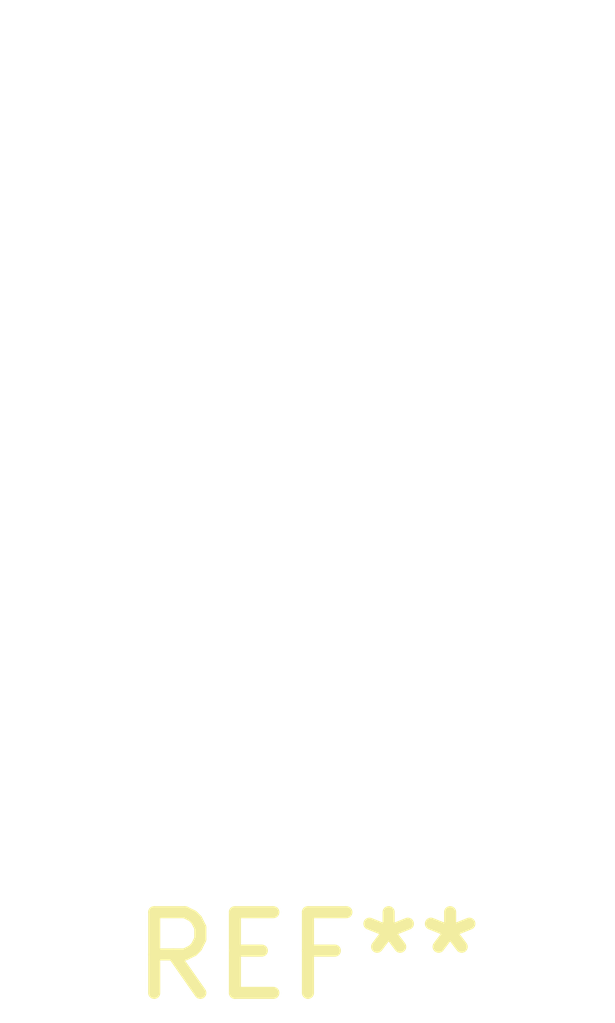
<source format=kicad_pcb>
(kicad_pcb (version 4) (host pcbnew 4.0.5)

  (general
    (links 0)
    (no_connects 0)
    (area 0 0 0 0)
    (thickness 1.6)
    (drawings 0)
    (tracks 0)
    (zones 0)
    (modules 1)
    (nets 1)
  )

  (page A4)
  (layers
    (0 F.Cu signal)
    (31 B.Cu signal)
    (32 B.Adhes user)
    (33 F.Adhes user)
    (34 B.Paste user)
    (35 F.Paste user)
    (36 B.SilkS user)
    (37 F.SilkS user)
    (38 B.Mask user)
    (39 F.Mask user)
    (40 Dwgs.User user)
    (41 Cmts.User user)
    (42 Eco1.User user)
    (43 Eco2.User user)
    (44 Edge.Cuts user)
    (45 Margin user)
    (46 B.CrtYd user)
    (47 F.CrtYd user)
    (48 B.Fab user)
    (49 F.Fab user)
  )

  (setup
    (last_trace_width 0.25)
    (trace_clearance 0.2)
    (zone_clearance 0.508)
    (zone_45_only no)
    (trace_min 0.2)
    (segment_width 0.2)
    (edge_width 0.15)
    (via_size 0.6)
    (via_drill 0.4)
    (via_min_size 0.4)
    (via_min_drill 0.3)
    (uvia_size 0.3)
    (uvia_drill 0.1)
    (uvias_allowed no)
    (uvia_min_size 0.2)
    (uvia_min_drill 0.1)
    (pcb_text_width 0.3)
    (pcb_text_size 1.5 1.5)
    (mod_edge_width 0.15)
    (mod_text_size 1 1)
    (mod_text_width 0.15)
    (pad_size 1.524 1.524)
    (pad_drill 0.762)
    (pad_to_mask_clearance 0.2)
    (aux_axis_origin 0 0)
    (visible_elements FFFFEF7F)
    (pcbplotparams
      (layerselection 0x00030_80000001)
      (usegerberextensions false)
      (excludeedgelayer true)
      (linewidth 0.150000)
      (plotframeref false)
      (viasonmask false)
      (mode 1)
      (useauxorigin false)
      (hpglpennumber 1)
      (hpglpenspeed 20)
      (hpglpendiameter 15)
      (hpglpenoverlay 2)
      (psnegative false)
      (psa4output false)
      (plotreference true)
      (plotvalue true)
      (plotinvisibletext false)
      (padsonsilk false)
      (subtractmaskfromsilk false)
      (outputformat 1)
      (mirror false)
      (drillshape 1)
      (scaleselection 1)
      (outputdirectory ""))
  )

  (net 0 "")

  (net_class Default "This is the default net class."
    (clearance 0.2)
    (trace_width 0.25)
    (via_dia 0.6)
    (via_drill 0.4)
    (uvia_dia 0.3)
    (uvia_drill 0.1)
  )

  (module TEMT6000 (layer F.Cu) (tedit 588268A5) (tstamp 588268C1)
    (at 0 0)
    (fp_text reference REF** (at 0 5) (layer F.SilkS)
      (effects (font (size 1 1) (thickness 0.15)))
    )
    (fp_text value TEMT6000 (at 0 -6) (layer F.Fab)
      (effects (font (size 1 1) (thickness 0.15)))
    )
  )

)

</source>
